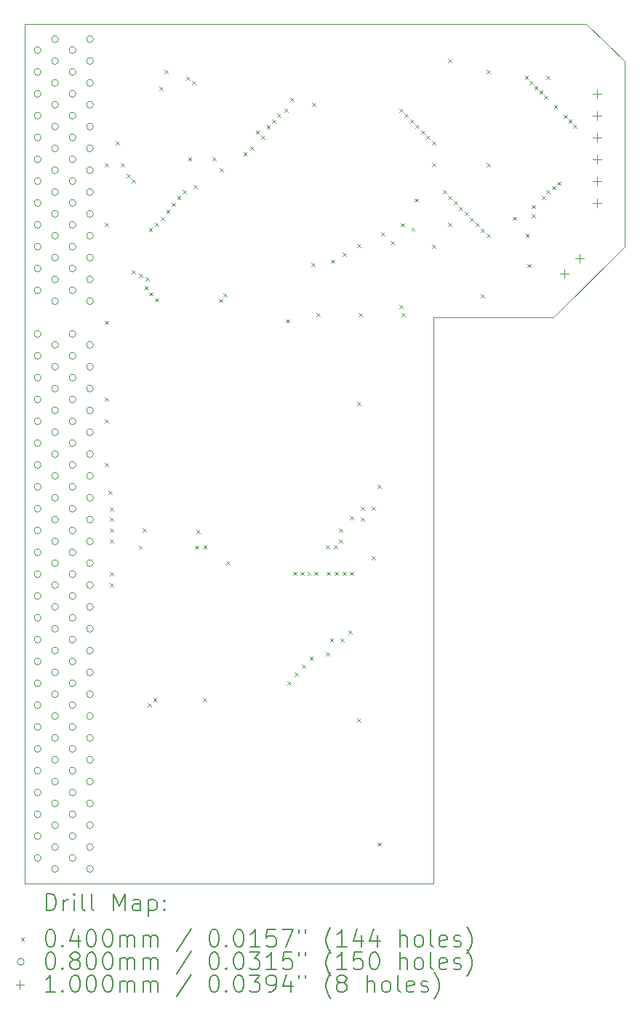
<source format=gbr>
%TF.GenerationSoftware,KiCad,Pcbnew,6.0.8-f2edbf62ab~116~ubuntu22.04.1*%
%TF.CreationDate,2022-10-12T19:56:12+02:00*%
%TF.ProjectId,A1200FaStRamExpansion,41313230-3046-4615-9374-52616d457870,1.0*%
%TF.SameCoordinates,Original*%
%TF.FileFunction,Drillmap*%
%TF.FilePolarity,Positive*%
%FSLAX45Y45*%
G04 Gerber Fmt 4.5, Leading zero omitted, Abs format (unit mm)*
G04 Created by KiCad (PCBNEW 6.0.8-f2edbf62ab~116~ubuntu22.04.1) date 2022-10-12 19:56:12*
%MOMM*%
%LPD*%
G01*
G04 APERTURE LIST*
%ADD10C,0.050000*%
%ADD11C,0.200000*%
%ADD12C,0.040000*%
%ADD13C,0.080000*%
%ADD14C,0.100000*%
G04 APERTURE END LIST*
D10*
X7874000Y-5541000D02*
X7874000Y-15541000D01*
X7874000Y-5541000D02*
X14414500Y-5541000D01*
X12636500Y-8953500D02*
X12636500Y-12573000D01*
X14859000Y-5969000D02*
X14414500Y-5541000D01*
X12636500Y-15541000D02*
X12636500Y-12573000D01*
X14859000Y-5969000D02*
X14859000Y-8128000D01*
X14859000Y-8128000D02*
X14033500Y-8953500D01*
X7874000Y-15541000D02*
X12636500Y-15541000D01*
X14033500Y-8953500D02*
X12636500Y-8953500D01*
D11*
D12*
X8806500Y-7155500D02*
X8846500Y-7195500D01*
X8846500Y-7155500D02*
X8806500Y-7195500D01*
X8806500Y-7854000D02*
X8846500Y-7894000D01*
X8846500Y-7854000D02*
X8806500Y-7894000D01*
X8806500Y-8989650D02*
X8846500Y-9029650D01*
X8846500Y-8989650D02*
X8806500Y-9029650D01*
X8806500Y-9886000D02*
X8846500Y-9926000D01*
X8846500Y-9886000D02*
X8806500Y-9926000D01*
X8806500Y-10140000D02*
X8846500Y-10180000D01*
X8846500Y-10140000D02*
X8806500Y-10180000D01*
X8806500Y-10648000D02*
X8846500Y-10688000D01*
X8846500Y-10648000D02*
X8806500Y-10688000D01*
X8850950Y-10965500D02*
X8890950Y-11005500D01*
X8890950Y-10965500D02*
X8850950Y-11005500D01*
X8870000Y-11162350D02*
X8910000Y-11202350D01*
X8910000Y-11162350D02*
X8870000Y-11202350D01*
X8870000Y-11283000D02*
X8910000Y-11323000D01*
X8910000Y-11283000D02*
X8870000Y-11323000D01*
X8870000Y-11410000D02*
X8910000Y-11450000D01*
X8910000Y-11410000D02*
X8870000Y-11450000D01*
X8870000Y-11537000D02*
X8910000Y-11577000D01*
X8910000Y-11537000D02*
X8870000Y-11577000D01*
X8870000Y-11918000D02*
X8910000Y-11958000D01*
X8910000Y-11918000D02*
X8870000Y-11958000D01*
X8870000Y-12045000D02*
X8910000Y-12085000D01*
X8910000Y-12045000D02*
X8870000Y-12085000D01*
X8933500Y-6901500D02*
X8973500Y-6941500D01*
X8973500Y-6901500D02*
X8933500Y-6941500D01*
X8997000Y-7155500D02*
X9037000Y-7195500D01*
X9037000Y-7155500D02*
X8997000Y-7195500D01*
X9060500Y-7282500D02*
X9100500Y-7322500D01*
X9100500Y-7282500D02*
X9060500Y-7322500D01*
X9124000Y-7346000D02*
X9164000Y-7386000D01*
X9164000Y-7346000D02*
X9124000Y-7386000D01*
X9124000Y-8403791D02*
X9164000Y-8443791D01*
X9164000Y-8403791D02*
X9124000Y-8443791D01*
X9203898Y-11606850D02*
X9243898Y-11646850D01*
X9243898Y-11606850D02*
X9203898Y-11646850D01*
X9206550Y-8444550D02*
X9246550Y-8484550D01*
X9246550Y-8444550D02*
X9206550Y-8484550D01*
X9248899Y-11410000D02*
X9288899Y-11450000D01*
X9288899Y-11410000D02*
X9248899Y-11450000D01*
X9270050Y-8590600D02*
X9310050Y-8630600D01*
X9310050Y-8590600D02*
X9270050Y-8630600D01*
X9282750Y-8489000D02*
X9322750Y-8529000D01*
X9322750Y-8489000D02*
X9282750Y-8529000D01*
X9310988Y-13438489D02*
X9350988Y-13478489D01*
X9350988Y-13438489D02*
X9310988Y-13478489D01*
X9320850Y-7911150D02*
X9360850Y-7951150D01*
X9360850Y-7911150D02*
X9320850Y-7951150D01*
X9327200Y-8660450D02*
X9367200Y-8700450D01*
X9367200Y-8660450D02*
X9327200Y-8700450D01*
X9373489Y-13378500D02*
X9413489Y-13418500D01*
X9413489Y-13378500D02*
X9373489Y-13418500D01*
X9392055Y-8726930D02*
X9432055Y-8766930D01*
X9432055Y-8726930D02*
X9392055Y-8766930D01*
X9394295Y-7854000D02*
X9434295Y-7894000D01*
X9434295Y-7854000D02*
X9394295Y-7894000D01*
X9441498Y-6266500D02*
X9481498Y-6306500D01*
X9481498Y-6266500D02*
X9441498Y-6306500D01*
X9460550Y-7784150D02*
X9500550Y-7824150D01*
X9500550Y-7784150D02*
X9460550Y-7824150D01*
X9505000Y-6076000D02*
X9545000Y-6116000D01*
X9545000Y-6076000D02*
X9505000Y-6116000D01*
X9524050Y-7700330D02*
X9564050Y-7740330D01*
X9564050Y-7700330D02*
X9524050Y-7740330D01*
X9587550Y-7619050D02*
X9627550Y-7659050D01*
X9627550Y-7619050D02*
X9587550Y-7659050D01*
X9651050Y-7536500D02*
X9691050Y-7576500D01*
X9691050Y-7536500D02*
X9651050Y-7576500D01*
X9714550Y-7473000D02*
X9754550Y-7513000D01*
X9754550Y-7473000D02*
X9714550Y-7513000D01*
X9759000Y-6151945D02*
X9799000Y-6191945D01*
X9799000Y-6151945D02*
X9759000Y-6191945D01*
X9778050Y-7092000D02*
X9818050Y-7132000D01*
X9818050Y-7092000D02*
X9778050Y-7132000D01*
X9822500Y-6203000D02*
X9862500Y-6243000D01*
X9862500Y-6203000D02*
X9822500Y-6243000D01*
X9841550Y-7409500D02*
X9881550Y-7449500D01*
X9881550Y-7409500D02*
X9841550Y-7449500D01*
X9859374Y-11605973D02*
X9899374Y-11645973D01*
X9899374Y-11605973D02*
X9859374Y-11645973D01*
X9873300Y-11422700D02*
X9913300Y-11462700D01*
X9913300Y-11422700D02*
X9873300Y-11462700D01*
X9949500Y-13378500D02*
X9989500Y-13418500D01*
X9989500Y-13378500D02*
X9949500Y-13418500D01*
X9955850Y-11600500D02*
X9995850Y-11640500D01*
X9995850Y-11600500D02*
X9955850Y-11640500D01*
X10063801Y-7092000D02*
X10103801Y-7132000D01*
X10103801Y-7092000D02*
X10063801Y-7132000D01*
X10140000Y-8736500D02*
X10180000Y-8776500D01*
X10180000Y-8736500D02*
X10140000Y-8776500D01*
X10146350Y-7219000D02*
X10186350Y-7259000D01*
X10186350Y-7219000D02*
X10146350Y-7259000D01*
X10190124Y-8672999D02*
X10230124Y-8712999D01*
X10230124Y-8672999D02*
X10190124Y-8712999D01*
X10222550Y-11789730D02*
X10262550Y-11829730D01*
X10262550Y-11789730D02*
X10222550Y-11829730D01*
X10421978Y-7027501D02*
X10461978Y-7067501D01*
X10461978Y-7027501D02*
X10421978Y-7067501D01*
X10501950Y-6965000D02*
X10541950Y-7005000D01*
X10541950Y-6965000D02*
X10501950Y-7005000D01*
X10566165Y-6775499D02*
X10606165Y-6815499D01*
X10606165Y-6775499D02*
X10566165Y-6815499D01*
X10628950Y-6837999D02*
X10668950Y-6877999D01*
X10668950Y-6837999D02*
X10628950Y-6877999D01*
X10692450Y-6717350D02*
X10732450Y-6757350D01*
X10732450Y-6717350D02*
X10692450Y-6757350D01*
X10754951Y-6647500D02*
X10794951Y-6687500D01*
X10794951Y-6647500D02*
X10754951Y-6687500D01*
X10817451Y-6584000D02*
X10857451Y-6624000D01*
X10857451Y-6584000D02*
X10817451Y-6624000D01*
X10902000Y-6520500D02*
X10942000Y-6560500D01*
X10942000Y-6520500D02*
X10902000Y-6560500D01*
X10919294Y-8972199D02*
X10959294Y-9012199D01*
X10959294Y-8972199D02*
X10919294Y-9012199D01*
X10935936Y-13183214D02*
X10975936Y-13223214D01*
X10975936Y-13183214D02*
X10935936Y-13223214D01*
X10965500Y-6394176D02*
X11005500Y-6434176D01*
X11005500Y-6394176D02*
X10965500Y-6434176D01*
X11003600Y-11911650D02*
X11043600Y-11951650D01*
X11043600Y-11911650D02*
X11003600Y-11951650D01*
X11019343Y-13085732D02*
X11059343Y-13125732D01*
X11059343Y-13085732D02*
X11019343Y-13125732D01*
X11086150Y-11911650D02*
X11126150Y-11951650D01*
X11126150Y-11911650D02*
X11086150Y-11951650D01*
X11104112Y-12989611D02*
X11144112Y-13029611D01*
X11144112Y-12989611D02*
X11104112Y-13029611D01*
X11167725Y-11911654D02*
X11207725Y-11951654D01*
X11207725Y-11911654D02*
X11167725Y-11951654D01*
X11193572Y-12898180D02*
X11233572Y-12938180D01*
X11233572Y-12898180D02*
X11193572Y-12938180D01*
X11213639Y-8317550D02*
X11253639Y-8357550D01*
X11253639Y-8317550D02*
X11213639Y-8357550D01*
X11219500Y-6457000D02*
X11259500Y-6497000D01*
X11259500Y-6457000D02*
X11219500Y-6497000D01*
X11247725Y-11911356D02*
X11287725Y-11951356D01*
X11287725Y-11911356D02*
X11247725Y-11951356D01*
X11270300Y-8901750D02*
X11310300Y-8941750D01*
X11310300Y-8901750D02*
X11270300Y-8941750D01*
X11383012Y-12846687D02*
X11423012Y-12886687D01*
X11423012Y-12846687D02*
X11383012Y-12886687D01*
X11384600Y-11600500D02*
X11424600Y-11640500D01*
X11424600Y-11600500D02*
X11384600Y-11640500D01*
X11390950Y-11911418D02*
X11430950Y-11951418D01*
X11430950Y-11911418D02*
X11390950Y-11951418D01*
X11430277Y-12686350D02*
X11470277Y-12726350D01*
X11470277Y-12686350D02*
X11430277Y-12726350D01*
X11441750Y-8279450D02*
X11481750Y-8319450D01*
X11481750Y-8279450D02*
X11441750Y-8319450D01*
X11473500Y-11600500D02*
X11513500Y-11640500D01*
X11513500Y-11600500D02*
X11473500Y-11640500D01*
X11486932Y-11911650D02*
X11526932Y-11951650D01*
X11526932Y-11911650D02*
X11486932Y-11951650D01*
X11537000Y-11410000D02*
X11577000Y-11450000D01*
X11577000Y-11410000D02*
X11537000Y-11450000D01*
X11537000Y-11537000D02*
X11577000Y-11577000D01*
X11577000Y-11537000D02*
X11537000Y-11577000D01*
X11555278Y-12687064D02*
X11595278Y-12727064D01*
X11595278Y-12687064D02*
X11555278Y-12727064D01*
X11575100Y-11911650D02*
X11615100Y-11951650D01*
X11615100Y-11911650D02*
X11575100Y-11951650D01*
X11579515Y-8198834D02*
X11619515Y-8238834D01*
X11619515Y-8198834D02*
X11579515Y-8238834D01*
X11644091Y-12594987D02*
X11684091Y-12634987D01*
X11684091Y-12594987D02*
X11644091Y-12634987D01*
X11664000Y-11263950D02*
X11704000Y-11303950D01*
X11704000Y-11263950D02*
X11664000Y-11303950D01*
X11664000Y-11911650D02*
X11704000Y-11951650D01*
X11704000Y-11911650D02*
X11664000Y-11951650D01*
X11746550Y-8095300D02*
X11786550Y-8135300D01*
X11786550Y-8095300D02*
X11746550Y-8135300D01*
X11746550Y-9936800D02*
X11786550Y-9976800D01*
X11786550Y-9936800D02*
X11746550Y-9976800D01*
X11746550Y-13619800D02*
X11786550Y-13659800D01*
X11786550Y-13619800D02*
X11746550Y-13659800D01*
X11765152Y-8902198D02*
X11805152Y-8942198D01*
X11805152Y-8902198D02*
X11765152Y-8942198D01*
X11791000Y-11156000D02*
X11831000Y-11196000D01*
X11831000Y-11156000D02*
X11791000Y-11196000D01*
X11791000Y-11283000D02*
X11831000Y-11323000D01*
X11831000Y-11283000D02*
X11791000Y-11323000D01*
X11918000Y-11156000D02*
X11958000Y-11196000D01*
X11958000Y-11156000D02*
X11918000Y-11196000D01*
X11918000Y-11727500D02*
X11958000Y-11767500D01*
X11958000Y-11727500D02*
X11918000Y-11767500D01*
X11981500Y-10902000D02*
X12021500Y-10942000D01*
X12021500Y-10902000D02*
X11981500Y-10942000D01*
X11981500Y-15061250D02*
X12021500Y-15101250D01*
X12021500Y-15061250D02*
X11981500Y-15101250D01*
X12026501Y-7962501D02*
X12066501Y-8002501D01*
X12066501Y-7962501D02*
X12026501Y-8002501D01*
X12136820Y-8060576D02*
X12176820Y-8100576D01*
X12176820Y-8060576D02*
X12136820Y-8100576D01*
X12235500Y-6520500D02*
X12275500Y-6560500D01*
X12275500Y-6520500D02*
X12235500Y-6560500D01*
X12235500Y-8806500D02*
X12275500Y-8846500D01*
X12275500Y-8806500D02*
X12235500Y-8846500D01*
X12253874Y-7854999D02*
X12293874Y-7894999D01*
X12293874Y-7854999D02*
X12253874Y-7894999D01*
X12266802Y-8902198D02*
X12306802Y-8942198D01*
X12306802Y-8902198D02*
X12266802Y-8942198D01*
X12299000Y-6584000D02*
X12339000Y-6624000D01*
X12339000Y-6584000D02*
X12299000Y-6624000D01*
X12362500Y-6647500D02*
X12402500Y-6687500D01*
X12402500Y-6647500D02*
X12362500Y-6687500D01*
X12378875Y-7906431D02*
X12418875Y-7946431D01*
X12418875Y-7906431D02*
X12378875Y-7946431D01*
X12413300Y-7568250D02*
X12453300Y-7608250D01*
X12453300Y-7568250D02*
X12413300Y-7608250D01*
X12426000Y-6711000D02*
X12466000Y-6751000D01*
X12466000Y-6711000D02*
X12426000Y-6751000D01*
X12489500Y-6774500D02*
X12529500Y-6814500D01*
X12529500Y-6774500D02*
X12489500Y-6814500D01*
X12553000Y-6838000D02*
X12593000Y-6878000D01*
X12593000Y-6838000D02*
X12553000Y-6878000D01*
X12616500Y-6901500D02*
X12656500Y-6941500D01*
X12656500Y-6901500D02*
X12616500Y-6941500D01*
X12616500Y-7155500D02*
X12656500Y-7195500D01*
X12656500Y-7155500D02*
X12616500Y-7195500D01*
X12616500Y-8108000D02*
X12656500Y-8148000D01*
X12656500Y-8108000D02*
X12616500Y-8148000D01*
X12743500Y-7473000D02*
X12783500Y-7513000D01*
X12783500Y-7473000D02*
X12743500Y-7513000D01*
X12807000Y-5949000D02*
X12847000Y-5989000D01*
X12847000Y-5949000D02*
X12807000Y-5989000D01*
X12807000Y-7536500D02*
X12847000Y-7576500D01*
X12847000Y-7536500D02*
X12807000Y-7576500D01*
X12807000Y-7854000D02*
X12847000Y-7894000D01*
X12847000Y-7854000D02*
X12807000Y-7894000D01*
X12870500Y-7600000D02*
X12910500Y-7640000D01*
X12910500Y-7600000D02*
X12870500Y-7640000D01*
X12934000Y-7663500D02*
X12974000Y-7703500D01*
X12974000Y-7663500D02*
X12934000Y-7703500D01*
X12997500Y-7727000D02*
X13037500Y-7767000D01*
X13037500Y-7727000D02*
X12997500Y-7767000D01*
X13061000Y-7790500D02*
X13101000Y-7830500D01*
X13101000Y-7790500D02*
X13061000Y-7830500D01*
X13124500Y-7854000D02*
X13164500Y-7894000D01*
X13164500Y-7854000D02*
X13124500Y-7894000D01*
X13188000Y-7917500D02*
X13228000Y-7957500D01*
X13228000Y-7917500D02*
X13188000Y-7957500D01*
X13188000Y-8679500D02*
X13228000Y-8719500D01*
X13228000Y-8679500D02*
X13188000Y-8719500D01*
X13251500Y-6076001D02*
X13291500Y-6116001D01*
X13291500Y-6076001D02*
X13251500Y-6116001D01*
X13251500Y-7155500D02*
X13291500Y-7195500D01*
X13291500Y-7155500D02*
X13251500Y-7195500D01*
X13251500Y-7981000D02*
X13291500Y-8021000D01*
X13291500Y-7981000D02*
X13251500Y-8021000D01*
X13558300Y-7779800D02*
X13598300Y-7819800D01*
X13598300Y-7779800D02*
X13558300Y-7819800D01*
X13698995Y-6140499D02*
X13738995Y-6180499D01*
X13738995Y-6140499D02*
X13698995Y-6180499D01*
X13707164Y-7981000D02*
X13747164Y-8021000D01*
X13747164Y-7981000D02*
X13707164Y-8021000D01*
X13728000Y-8330500D02*
X13768000Y-8370500D01*
X13768000Y-8330500D02*
X13728000Y-8370500D01*
X13755938Y-6198843D02*
X13795938Y-6238843D01*
X13795938Y-6198843D02*
X13755938Y-6238843D01*
X13778550Y-7752400D02*
X13818550Y-7792400D01*
X13818550Y-7752400D02*
X13778550Y-7792400D01*
X13782038Y-7644450D02*
X13822038Y-7684450D01*
X13822038Y-7644450D02*
X13782038Y-7684450D01*
X13808019Y-6259571D02*
X13848019Y-6299571D01*
X13848019Y-6259571D02*
X13808019Y-6299571D01*
X13868613Y-6312113D02*
X13908613Y-6352113D01*
X13908613Y-6312113D02*
X13868613Y-6352113D01*
X13900363Y-7536500D02*
X13940363Y-7576500D01*
X13940363Y-7536500D02*
X13900363Y-7576500D01*
X13925181Y-6368681D02*
X13965181Y-6408681D01*
X13965181Y-6368681D02*
X13925181Y-6408681D01*
X13950000Y-6139500D02*
X13990000Y-6179500D01*
X13990000Y-6139500D02*
X13950000Y-6179500D01*
X13950000Y-7472999D02*
X13990000Y-7512999D01*
X13990000Y-7472999D02*
X13950000Y-7512999D01*
X14013500Y-7423362D02*
X14053500Y-7463362D01*
X14053500Y-7423362D02*
X14013500Y-7463362D01*
X14038318Y-6481818D02*
X14078318Y-6521818D01*
X14078318Y-6481818D02*
X14038318Y-6521818D01*
X14077000Y-7373725D02*
X14117000Y-7413725D01*
X14117000Y-7373725D02*
X14077000Y-7413725D01*
X14151454Y-6594954D02*
X14191454Y-6634954D01*
X14191454Y-6594954D02*
X14151454Y-6634954D01*
X14208023Y-6651523D02*
X14248023Y-6691523D01*
X14248023Y-6651523D02*
X14208023Y-6691523D01*
X14264593Y-6708093D02*
X14304593Y-6748093D01*
X14304593Y-6708093D02*
X14264593Y-6748093D01*
D13*
X8066400Y-5842000D02*
G75*
G03*
X8066400Y-5842000I-40000J0D01*
G01*
X8066400Y-6096000D02*
G75*
G03*
X8066400Y-6096000I-40000J0D01*
G01*
X8066400Y-6350000D02*
G75*
G03*
X8066400Y-6350000I-40000J0D01*
G01*
X8066400Y-6604000D02*
G75*
G03*
X8066400Y-6604000I-40000J0D01*
G01*
X8066400Y-6858000D02*
G75*
G03*
X8066400Y-6858000I-40000J0D01*
G01*
X8066400Y-7112000D02*
G75*
G03*
X8066400Y-7112000I-40000J0D01*
G01*
X8066400Y-7366000D02*
G75*
G03*
X8066400Y-7366000I-40000J0D01*
G01*
X8066400Y-7620000D02*
G75*
G03*
X8066400Y-7620000I-40000J0D01*
G01*
X8066400Y-7874000D02*
G75*
G03*
X8066400Y-7874000I-40000J0D01*
G01*
X8066400Y-8128000D02*
G75*
G03*
X8066400Y-8128000I-40000J0D01*
G01*
X8066400Y-8382000D02*
G75*
G03*
X8066400Y-8382000I-40000J0D01*
G01*
X8066400Y-8636000D02*
G75*
G03*
X8066400Y-8636000I-40000J0D01*
G01*
X8066400Y-9144000D02*
G75*
G03*
X8066400Y-9144000I-40000J0D01*
G01*
X8066400Y-9398000D02*
G75*
G03*
X8066400Y-9398000I-40000J0D01*
G01*
X8066400Y-9652000D02*
G75*
G03*
X8066400Y-9652000I-40000J0D01*
G01*
X8066400Y-9906000D02*
G75*
G03*
X8066400Y-9906000I-40000J0D01*
G01*
X8066400Y-10160000D02*
G75*
G03*
X8066400Y-10160000I-40000J0D01*
G01*
X8066400Y-10414000D02*
G75*
G03*
X8066400Y-10414000I-40000J0D01*
G01*
X8066400Y-10668000D02*
G75*
G03*
X8066400Y-10668000I-40000J0D01*
G01*
X8066400Y-10922000D02*
G75*
G03*
X8066400Y-10922000I-40000J0D01*
G01*
X8066400Y-11176000D02*
G75*
G03*
X8066400Y-11176000I-40000J0D01*
G01*
X8066400Y-11430000D02*
G75*
G03*
X8066400Y-11430000I-40000J0D01*
G01*
X8066400Y-11684000D02*
G75*
G03*
X8066400Y-11684000I-40000J0D01*
G01*
X8066400Y-11938000D02*
G75*
G03*
X8066400Y-11938000I-40000J0D01*
G01*
X8066400Y-12192000D02*
G75*
G03*
X8066400Y-12192000I-40000J0D01*
G01*
X8066400Y-12446000D02*
G75*
G03*
X8066400Y-12446000I-40000J0D01*
G01*
X8066400Y-12700000D02*
G75*
G03*
X8066400Y-12700000I-40000J0D01*
G01*
X8066400Y-12954000D02*
G75*
G03*
X8066400Y-12954000I-40000J0D01*
G01*
X8066400Y-13208000D02*
G75*
G03*
X8066400Y-13208000I-40000J0D01*
G01*
X8066400Y-13462000D02*
G75*
G03*
X8066400Y-13462000I-40000J0D01*
G01*
X8066400Y-13716000D02*
G75*
G03*
X8066400Y-13716000I-40000J0D01*
G01*
X8066400Y-13970000D02*
G75*
G03*
X8066400Y-13970000I-40000J0D01*
G01*
X8066400Y-14224000D02*
G75*
G03*
X8066400Y-14224000I-40000J0D01*
G01*
X8066400Y-14478000D02*
G75*
G03*
X8066400Y-14478000I-40000J0D01*
G01*
X8066400Y-14732000D02*
G75*
G03*
X8066400Y-14732000I-40000J0D01*
G01*
X8066400Y-14986000D02*
G75*
G03*
X8066400Y-14986000I-40000J0D01*
G01*
X8066400Y-15240000D02*
G75*
G03*
X8066400Y-15240000I-40000J0D01*
G01*
X8269600Y-5715000D02*
G75*
G03*
X8269600Y-5715000I-40000J0D01*
G01*
X8269600Y-5969000D02*
G75*
G03*
X8269600Y-5969000I-40000J0D01*
G01*
X8269600Y-6223000D02*
G75*
G03*
X8269600Y-6223000I-40000J0D01*
G01*
X8269600Y-6477000D02*
G75*
G03*
X8269600Y-6477000I-40000J0D01*
G01*
X8269600Y-6731000D02*
G75*
G03*
X8269600Y-6731000I-40000J0D01*
G01*
X8269600Y-6985000D02*
G75*
G03*
X8269600Y-6985000I-40000J0D01*
G01*
X8269600Y-7239000D02*
G75*
G03*
X8269600Y-7239000I-40000J0D01*
G01*
X8269600Y-7493000D02*
G75*
G03*
X8269600Y-7493000I-40000J0D01*
G01*
X8269600Y-7747000D02*
G75*
G03*
X8269600Y-7747000I-40000J0D01*
G01*
X8269600Y-8001000D02*
G75*
G03*
X8269600Y-8001000I-40000J0D01*
G01*
X8269600Y-8255000D02*
G75*
G03*
X8269600Y-8255000I-40000J0D01*
G01*
X8269600Y-8509000D02*
G75*
G03*
X8269600Y-8509000I-40000J0D01*
G01*
X8269600Y-8763000D02*
G75*
G03*
X8269600Y-8763000I-40000J0D01*
G01*
X8269600Y-9271000D02*
G75*
G03*
X8269600Y-9271000I-40000J0D01*
G01*
X8269600Y-9525000D02*
G75*
G03*
X8269600Y-9525000I-40000J0D01*
G01*
X8269600Y-9779000D02*
G75*
G03*
X8269600Y-9779000I-40000J0D01*
G01*
X8269600Y-10033000D02*
G75*
G03*
X8269600Y-10033000I-40000J0D01*
G01*
X8269600Y-10287000D02*
G75*
G03*
X8269600Y-10287000I-40000J0D01*
G01*
X8269600Y-10541000D02*
G75*
G03*
X8269600Y-10541000I-40000J0D01*
G01*
X8269600Y-10795000D02*
G75*
G03*
X8269600Y-10795000I-40000J0D01*
G01*
X8269600Y-11049000D02*
G75*
G03*
X8269600Y-11049000I-40000J0D01*
G01*
X8269600Y-11303000D02*
G75*
G03*
X8269600Y-11303000I-40000J0D01*
G01*
X8269600Y-11557000D02*
G75*
G03*
X8269600Y-11557000I-40000J0D01*
G01*
X8269600Y-11811000D02*
G75*
G03*
X8269600Y-11811000I-40000J0D01*
G01*
X8269600Y-12065000D02*
G75*
G03*
X8269600Y-12065000I-40000J0D01*
G01*
X8269600Y-12319000D02*
G75*
G03*
X8269600Y-12319000I-40000J0D01*
G01*
X8269600Y-12573000D02*
G75*
G03*
X8269600Y-12573000I-40000J0D01*
G01*
X8269600Y-12827000D02*
G75*
G03*
X8269600Y-12827000I-40000J0D01*
G01*
X8269600Y-13081000D02*
G75*
G03*
X8269600Y-13081000I-40000J0D01*
G01*
X8269600Y-13335000D02*
G75*
G03*
X8269600Y-13335000I-40000J0D01*
G01*
X8269600Y-13589000D02*
G75*
G03*
X8269600Y-13589000I-40000J0D01*
G01*
X8269600Y-13843000D02*
G75*
G03*
X8269600Y-13843000I-40000J0D01*
G01*
X8269600Y-14097000D02*
G75*
G03*
X8269600Y-14097000I-40000J0D01*
G01*
X8269600Y-14351000D02*
G75*
G03*
X8269600Y-14351000I-40000J0D01*
G01*
X8269600Y-14605000D02*
G75*
G03*
X8269600Y-14605000I-40000J0D01*
G01*
X8269600Y-14859000D02*
G75*
G03*
X8269600Y-14859000I-40000J0D01*
G01*
X8269600Y-15113000D02*
G75*
G03*
X8269600Y-15113000I-40000J0D01*
G01*
X8269600Y-15367000D02*
G75*
G03*
X8269600Y-15367000I-40000J0D01*
G01*
X8472800Y-5842000D02*
G75*
G03*
X8472800Y-5842000I-40000J0D01*
G01*
X8472800Y-6096000D02*
G75*
G03*
X8472800Y-6096000I-40000J0D01*
G01*
X8472800Y-6350000D02*
G75*
G03*
X8472800Y-6350000I-40000J0D01*
G01*
X8472800Y-6604000D02*
G75*
G03*
X8472800Y-6604000I-40000J0D01*
G01*
X8472800Y-6858000D02*
G75*
G03*
X8472800Y-6858000I-40000J0D01*
G01*
X8472800Y-7112000D02*
G75*
G03*
X8472800Y-7112000I-40000J0D01*
G01*
X8472800Y-7366000D02*
G75*
G03*
X8472800Y-7366000I-40000J0D01*
G01*
X8472800Y-7620000D02*
G75*
G03*
X8472800Y-7620000I-40000J0D01*
G01*
X8472800Y-7874000D02*
G75*
G03*
X8472800Y-7874000I-40000J0D01*
G01*
X8472800Y-8128000D02*
G75*
G03*
X8472800Y-8128000I-40000J0D01*
G01*
X8472800Y-8382000D02*
G75*
G03*
X8472800Y-8382000I-40000J0D01*
G01*
X8472800Y-8636000D02*
G75*
G03*
X8472800Y-8636000I-40000J0D01*
G01*
X8472800Y-9144000D02*
G75*
G03*
X8472800Y-9144000I-40000J0D01*
G01*
X8472800Y-9398000D02*
G75*
G03*
X8472800Y-9398000I-40000J0D01*
G01*
X8472800Y-9652000D02*
G75*
G03*
X8472800Y-9652000I-40000J0D01*
G01*
X8472800Y-9906000D02*
G75*
G03*
X8472800Y-9906000I-40000J0D01*
G01*
X8472800Y-10160000D02*
G75*
G03*
X8472800Y-10160000I-40000J0D01*
G01*
X8472800Y-10414000D02*
G75*
G03*
X8472800Y-10414000I-40000J0D01*
G01*
X8472800Y-10668000D02*
G75*
G03*
X8472800Y-10668000I-40000J0D01*
G01*
X8472800Y-10922000D02*
G75*
G03*
X8472800Y-10922000I-40000J0D01*
G01*
X8472800Y-11176000D02*
G75*
G03*
X8472800Y-11176000I-40000J0D01*
G01*
X8472800Y-11430000D02*
G75*
G03*
X8472800Y-11430000I-40000J0D01*
G01*
X8472800Y-11684000D02*
G75*
G03*
X8472800Y-11684000I-40000J0D01*
G01*
X8472800Y-11938000D02*
G75*
G03*
X8472800Y-11938000I-40000J0D01*
G01*
X8472800Y-12192000D02*
G75*
G03*
X8472800Y-12192000I-40000J0D01*
G01*
X8472800Y-12446000D02*
G75*
G03*
X8472800Y-12446000I-40000J0D01*
G01*
X8472800Y-12700000D02*
G75*
G03*
X8472800Y-12700000I-40000J0D01*
G01*
X8472800Y-12954000D02*
G75*
G03*
X8472800Y-12954000I-40000J0D01*
G01*
X8472800Y-13208000D02*
G75*
G03*
X8472800Y-13208000I-40000J0D01*
G01*
X8472800Y-13462000D02*
G75*
G03*
X8472800Y-13462000I-40000J0D01*
G01*
X8472800Y-13716000D02*
G75*
G03*
X8472800Y-13716000I-40000J0D01*
G01*
X8472800Y-13970000D02*
G75*
G03*
X8472800Y-13970000I-40000J0D01*
G01*
X8472800Y-14224000D02*
G75*
G03*
X8472800Y-14224000I-40000J0D01*
G01*
X8472800Y-14478000D02*
G75*
G03*
X8472800Y-14478000I-40000J0D01*
G01*
X8472800Y-14732000D02*
G75*
G03*
X8472800Y-14732000I-40000J0D01*
G01*
X8472800Y-14986000D02*
G75*
G03*
X8472800Y-14986000I-40000J0D01*
G01*
X8472800Y-15240000D02*
G75*
G03*
X8472800Y-15240000I-40000J0D01*
G01*
X8676000Y-5715000D02*
G75*
G03*
X8676000Y-5715000I-40000J0D01*
G01*
X8676000Y-5969000D02*
G75*
G03*
X8676000Y-5969000I-40000J0D01*
G01*
X8676000Y-6223000D02*
G75*
G03*
X8676000Y-6223000I-40000J0D01*
G01*
X8676000Y-6477000D02*
G75*
G03*
X8676000Y-6477000I-40000J0D01*
G01*
X8676000Y-6731000D02*
G75*
G03*
X8676000Y-6731000I-40000J0D01*
G01*
X8676000Y-6985000D02*
G75*
G03*
X8676000Y-6985000I-40000J0D01*
G01*
X8676000Y-7239000D02*
G75*
G03*
X8676000Y-7239000I-40000J0D01*
G01*
X8676000Y-7493000D02*
G75*
G03*
X8676000Y-7493000I-40000J0D01*
G01*
X8676000Y-7747000D02*
G75*
G03*
X8676000Y-7747000I-40000J0D01*
G01*
X8676000Y-8001000D02*
G75*
G03*
X8676000Y-8001000I-40000J0D01*
G01*
X8676000Y-8255000D02*
G75*
G03*
X8676000Y-8255000I-40000J0D01*
G01*
X8676000Y-8509000D02*
G75*
G03*
X8676000Y-8509000I-40000J0D01*
G01*
X8676000Y-8763000D02*
G75*
G03*
X8676000Y-8763000I-40000J0D01*
G01*
X8676000Y-9271000D02*
G75*
G03*
X8676000Y-9271000I-40000J0D01*
G01*
X8676000Y-9525000D02*
G75*
G03*
X8676000Y-9525000I-40000J0D01*
G01*
X8676000Y-9779000D02*
G75*
G03*
X8676000Y-9779000I-40000J0D01*
G01*
X8676000Y-10033000D02*
G75*
G03*
X8676000Y-10033000I-40000J0D01*
G01*
X8676000Y-10287000D02*
G75*
G03*
X8676000Y-10287000I-40000J0D01*
G01*
X8676000Y-10541000D02*
G75*
G03*
X8676000Y-10541000I-40000J0D01*
G01*
X8676000Y-10795000D02*
G75*
G03*
X8676000Y-10795000I-40000J0D01*
G01*
X8676000Y-11049000D02*
G75*
G03*
X8676000Y-11049000I-40000J0D01*
G01*
X8676000Y-11303000D02*
G75*
G03*
X8676000Y-11303000I-40000J0D01*
G01*
X8676000Y-11557000D02*
G75*
G03*
X8676000Y-11557000I-40000J0D01*
G01*
X8676000Y-11811000D02*
G75*
G03*
X8676000Y-11811000I-40000J0D01*
G01*
X8676000Y-12065000D02*
G75*
G03*
X8676000Y-12065000I-40000J0D01*
G01*
X8676000Y-12319000D02*
G75*
G03*
X8676000Y-12319000I-40000J0D01*
G01*
X8676000Y-12573000D02*
G75*
G03*
X8676000Y-12573000I-40000J0D01*
G01*
X8676000Y-12827000D02*
G75*
G03*
X8676000Y-12827000I-40000J0D01*
G01*
X8676000Y-13081000D02*
G75*
G03*
X8676000Y-13081000I-40000J0D01*
G01*
X8676000Y-13335000D02*
G75*
G03*
X8676000Y-13335000I-40000J0D01*
G01*
X8676000Y-13589000D02*
G75*
G03*
X8676000Y-13589000I-40000J0D01*
G01*
X8676000Y-13843000D02*
G75*
G03*
X8676000Y-13843000I-40000J0D01*
G01*
X8676000Y-14097000D02*
G75*
G03*
X8676000Y-14097000I-40000J0D01*
G01*
X8676000Y-14351000D02*
G75*
G03*
X8676000Y-14351000I-40000J0D01*
G01*
X8676000Y-14605000D02*
G75*
G03*
X8676000Y-14605000I-40000J0D01*
G01*
X8676000Y-14859000D02*
G75*
G03*
X8676000Y-14859000I-40000J0D01*
G01*
X8676000Y-15113000D02*
G75*
G03*
X8676000Y-15113000I-40000J0D01*
G01*
X8676000Y-15367000D02*
G75*
G03*
X8676000Y-15367000I-40000J0D01*
G01*
D14*
X14160500Y-8395500D02*
X14160500Y-8495500D01*
X14110500Y-8445500D02*
X14210500Y-8445500D01*
X14340105Y-8215895D02*
X14340105Y-8315895D01*
X14290105Y-8265895D02*
X14390105Y-8265895D01*
X14541500Y-6300000D02*
X14541500Y-6400000D01*
X14491500Y-6350000D02*
X14591500Y-6350000D01*
X14541500Y-6554000D02*
X14541500Y-6654000D01*
X14491500Y-6604000D02*
X14591500Y-6604000D01*
X14541500Y-6808000D02*
X14541500Y-6908000D01*
X14491500Y-6858000D02*
X14591500Y-6858000D01*
X14541500Y-7062000D02*
X14541500Y-7162000D01*
X14491500Y-7112000D02*
X14591500Y-7112000D01*
X14541500Y-7316000D02*
X14541500Y-7416000D01*
X14491500Y-7366000D02*
X14591500Y-7366000D01*
X14541500Y-7570000D02*
X14541500Y-7670000D01*
X14491500Y-7620000D02*
X14591500Y-7620000D01*
D11*
X8129119Y-15853976D02*
X8129119Y-15653976D01*
X8176738Y-15653976D01*
X8205309Y-15663500D01*
X8224357Y-15682548D01*
X8233881Y-15701595D01*
X8243405Y-15739690D01*
X8243405Y-15768262D01*
X8233881Y-15806357D01*
X8224357Y-15825405D01*
X8205309Y-15844452D01*
X8176738Y-15853976D01*
X8129119Y-15853976D01*
X8329119Y-15853976D02*
X8329119Y-15720643D01*
X8329119Y-15758738D02*
X8338643Y-15739690D01*
X8348167Y-15730167D01*
X8367214Y-15720643D01*
X8386262Y-15720643D01*
X8452929Y-15853976D02*
X8452929Y-15720643D01*
X8452929Y-15653976D02*
X8443405Y-15663500D01*
X8452929Y-15673024D01*
X8462452Y-15663500D01*
X8452929Y-15653976D01*
X8452929Y-15673024D01*
X8576738Y-15853976D02*
X8557690Y-15844452D01*
X8548167Y-15825405D01*
X8548167Y-15653976D01*
X8681500Y-15853976D02*
X8662452Y-15844452D01*
X8652929Y-15825405D01*
X8652929Y-15653976D01*
X8910071Y-15853976D02*
X8910071Y-15653976D01*
X8976738Y-15796833D01*
X9043405Y-15653976D01*
X9043405Y-15853976D01*
X9224357Y-15853976D02*
X9224357Y-15749214D01*
X9214833Y-15730167D01*
X9195786Y-15720643D01*
X9157690Y-15720643D01*
X9138643Y-15730167D01*
X9224357Y-15844452D02*
X9205310Y-15853976D01*
X9157690Y-15853976D01*
X9138643Y-15844452D01*
X9129119Y-15825405D01*
X9129119Y-15806357D01*
X9138643Y-15787309D01*
X9157690Y-15777786D01*
X9205310Y-15777786D01*
X9224357Y-15768262D01*
X9319595Y-15720643D02*
X9319595Y-15920643D01*
X9319595Y-15730167D02*
X9338643Y-15720643D01*
X9376738Y-15720643D01*
X9395786Y-15730167D01*
X9405310Y-15739690D01*
X9414833Y-15758738D01*
X9414833Y-15815881D01*
X9405310Y-15834928D01*
X9395786Y-15844452D01*
X9376738Y-15853976D01*
X9338643Y-15853976D01*
X9319595Y-15844452D01*
X9500548Y-15834928D02*
X9510071Y-15844452D01*
X9500548Y-15853976D01*
X9491024Y-15844452D01*
X9500548Y-15834928D01*
X9500548Y-15853976D01*
X9500548Y-15730167D02*
X9510071Y-15739690D01*
X9500548Y-15749214D01*
X9491024Y-15739690D01*
X9500548Y-15730167D01*
X9500548Y-15749214D01*
D12*
X7831500Y-16163500D02*
X7871500Y-16203500D01*
X7871500Y-16163500D02*
X7831500Y-16203500D01*
D11*
X8167214Y-16073976D02*
X8186262Y-16073976D01*
X8205309Y-16083500D01*
X8214833Y-16093024D01*
X8224357Y-16112071D01*
X8233881Y-16150167D01*
X8233881Y-16197786D01*
X8224357Y-16235881D01*
X8214833Y-16254928D01*
X8205309Y-16264452D01*
X8186262Y-16273976D01*
X8167214Y-16273976D01*
X8148167Y-16264452D01*
X8138643Y-16254928D01*
X8129119Y-16235881D01*
X8119595Y-16197786D01*
X8119595Y-16150167D01*
X8129119Y-16112071D01*
X8138643Y-16093024D01*
X8148167Y-16083500D01*
X8167214Y-16073976D01*
X8319595Y-16254928D02*
X8329119Y-16264452D01*
X8319595Y-16273976D01*
X8310071Y-16264452D01*
X8319595Y-16254928D01*
X8319595Y-16273976D01*
X8500548Y-16140643D02*
X8500548Y-16273976D01*
X8452929Y-16064452D02*
X8405310Y-16207309D01*
X8529119Y-16207309D01*
X8643405Y-16073976D02*
X8662452Y-16073976D01*
X8681500Y-16083500D01*
X8691024Y-16093024D01*
X8700548Y-16112071D01*
X8710071Y-16150167D01*
X8710071Y-16197786D01*
X8700548Y-16235881D01*
X8691024Y-16254928D01*
X8681500Y-16264452D01*
X8662452Y-16273976D01*
X8643405Y-16273976D01*
X8624357Y-16264452D01*
X8614833Y-16254928D01*
X8605310Y-16235881D01*
X8595786Y-16197786D01*
X8595786Y-16150167D01*
X8605310Y-16112071D01*
X8614833Y-16093024D01*
X8624357Y-16083500D01*
X8643405Y-16073976D01*
X8833881Y-16073976D02*
X8852929Y-16073976D01*
X8871976Y-16083500D01*
X8881500Y-16093024D01*
X8891024Y-16112071D01*
X8900548Y-16150167D01*
X8900548Y-16197786D01*
X8891024Y-16235881D01*
X8881500Y-16254928D01*
X8871976Y-16264452D01*
X8852929Y-16273976D01*
X8833881Y-16273976D01*
X8814833Y-16264452D01*
X8805310Y-16254928D01*
X8795786Y-16235881D01*
X8786262Y-16197786D01*
X8786262Y-16150167D01*
X8795786Y-16112071D01*
X8805310Y-16093024D01*
X8814833Y-16083500D01*
X8833881Y-16073976D01*
X8986262Y-16273976D02*
X8986262Y-16140643D01*
X8986262Y-16159690D02*
X8995786Y-16150167D01*
X9014833Y-16140643D01*
X9043405Y-16140643D01*
X9062452Y-16150167D01*
X9071976Y-16169214D01*
X9071976Y-16273976D01*
X9071976Y-16169214D02*
X9081500Y-16150167D01*
X9100548Y-16140643D01*
X9129119Y-16140643D01*
X9148167Y-16150167D01*
X9157690Y-16169214D01*
X9157690Y-16273976D01*
X9252929Y-16273976D02*
X9252929Y-16140643D01*
X9252929Y-16159690D02*
X9262452Y-16150167D01*
X9281500Y-16140643D01*
X9310071Y-16140643D01*
X9329119Y-16150167D01*
X9338643Y-16169214D01*
X9338643Y-16273976D01*
X9338643Y-16169214D02*
X9348167Y-16150167D01*
X9367214Y-16140643D01*
X9395786Y-16140643D01*
X9414833Y-16150167D01*
X9424357Y-16169214D01*
X9424357Y-16273976D01*
X9814833Y-16064452D02*
X9643405Y-16321595D01*
X10071976Y-16073976D02*
X10091024Y-16073976D01*
X10110071Y-16083500D01*
X10119595Y-16093024D01*
X10129119Y-16112071D01*
X10138643Y-16150167D01*
X10138643Y-16197786D01*
X10129119Y-16235881D01*
X10119595Y-16254928D01*
X10110071Y-16264452D01*
X10091024Y-16273976D01*
X10071976Y-16273976D01*
X10052929Y-16264452D01*
X10043405Y-16254928D01*
X10033881Y-16235881D01*
X10024357Y-16197786D01*
X10024357Y-16150167D01*
X10033881Y-16112071D01*
X10043405Y-16093024D01*
X10052929Y-16083500D01*
X10071976Y-16073976D01*
X10224357Y-16254928D02*
X10233881Y-16264452D01*
X10224357Y-16273976D01*
X10214833Y-16264452D01*
X10224357Y-16254928D01*
X10224357Y-16273976D01*
X10357690Y-16073976D02*
X10376738Y-16073976D01*
X10395786Y-16083500D01*
X10405310Y-16093024D01*
X10414833Y-16112071D01*
X10424357Y-16150167D01*
X10424357Y-16197786D01*
X10414833Y-16235881D01*
X10405310Y-16254928D01*
X10395786Y-16264452D01*
X10376738Y-16273976D01*
X10357690Y-16273976D01*
X10338643Y-16264452D01*
X10329119Y-16254928D01*
X10319595Y-16235881D01*
X10310071Y-16197786D01*
X10310071Y-16150167D01*
X10319595Y-16112071D01*
X10329119Y-16093024D01*
X10338643Y-16083500D01*
X10357690Y-16073976D01*
X10614833Y-16273976D02*
X10500548Y-16273976D01*
X10557690Y-16273976D02*
X10557690Y-16073976D01*
X10538643Y-16102548D01*
X10519595Y-16121595D01*
X10500548Y-16131119D01*
X10795786Y-16073976D02*
X10700548Y-16073976D01*
X10691024Y-16169214D01*
X10700548Y-16159690D01*
X10719595Y-16150167D01*
X10767214Y-16150167D01*
X10786262Y-16159690D01*
X10795786Y-16169214D01*
X10805310Y-16188262D01*
X10805310Y-16235881D01*
X10795786Y-16254928D01*
X10786262Y-16264452D01*
X10767214Y-16273976D01*
X10719595Y-16273976D01*
X10700548Y-16264452D01*
X10691024Y-16254928D01*
X10871976Y-16073976D02*
X11005310Y-16073976D01*
X10919595Y-16273976D01*
X11071976Y-16073976D02*
X11071976Y-16112071D01*
X11148167Y-16073976D02*
X11148167Y-16112071D01*
X11443405Y-16350167D02*
X11433881Y-16340643D01*
X11414833Y-16312071D01*
X11405309Y-16293024D01*
X11395786Y-16264452D01*
X11386262Y-16216833D01*
X11386262Y-16178738D01*
X11395786Y-16131119D01*
X11405309Y-16102548D01*
X11414833Y-16083500D01*
X11433881Y-16054928D01*
X11443405Y-16045405D01*
X11624357Y-16273976D02*
X11510071Y-16273976D01*
X11567214Y-16273976D02*
X11567214Y-16073976D01*
X11548167Y-16102548D01*
X11529119Y-16121595D01*
X11510071Y-16131119D01*
X11795786Y-16140643D02*
X11795786Y-16273976D01*
X11748167Y-16064452D02*
X11700548Y-16207309D01*
X11824357Y-16207309D01*
X11986262Y-16140643D02*
X11986262Y-16273976D01*
X11938643Y-16064452D02*
X11891024Y-16207309D01*
X12014833Y-16207309D01*
X12243405Y-16273976D02*
X12243405Y-16073976D01*
X12329119Y-16273976D02*
X12329119Y-16169214D01*
X12319595Y-16150167D01*
X12300548Y-16140643D01*
X12271976Y-16140643D01*
X12252928Y-16150167D01*
X12243405Y-16159690D01*
X12452928Y-16273976D02*
X12433881Y-16264452D01*
X12424357Y-16254928D01*
X12414833Y-16235881D01*
X12414833Y-16178738D01*
X12424357Y-16159690D01*
X12433881Y-16150167D01*
X12452928Y-16140643D01*
X12481500Y-16140643D01*
X12500548Y-16150167D01*
X12510071Y-16159690D01*
X12519595Y-16178738D01*
X12519595Y-16235881D01*
X12510071Y-16254928D01*
X12500548Y-16264452D01*
X12481500Y-16273976D01*
X12452928Y-16273976D01*
X12633881Y-16273976D02*
X12614833Y-16264452D01*
X12605309Y-16245405D01*
X12605309Y-16073976D01*
X12786262Y-16264452D02*
X12767214Y-16273976D01*
X12729119Y-16273976D01*
X12710071Y-16264452D01*
X12700548Y-16245405D01*
X12700548Y-16169214D01*
X12710071Y-16150167D01*
X12729119Y-16140643D01*
X12767214Y-16140643D01*
X12786262Y-16150167D01*
X12795786Y-16169214D01*
X12795786Y-16188262D01*
X12700548Y-16207309D01*
X12871976Y-16264452D02*
X12891024Y-16273976D01*
X12929119Y-16273976D01*
X12948167Y-16264452D01*
X12957690Y-16245405D01*
X12957690Y-16235881D01*
X12948167Y-16216833D01*
X12929119Y-16207309D01*
X12900548Y-16207309D01*
X12881500Y-16197786D01*
X12871976Y-16178738D01*
X12871976Y-16169214D01*
X12881500Y-16150167D01*
X12900548Y-16140643D01*
X12929119Y-16140643D01*
X12948167Y-16150167D01*
X13024357Y-16350167D02*
X13033881Y-16340643D01*
X13052928Y-16312071D01*
X13062452Y-16293024D01*
X13071976Y-16264452D01*
X13081500Y-16216833D01*
X13081500Y-16178738D01*
X13071976Y-16131119D01*
X13062452Y-16102548D01*
X13052928Y-16083500D01*
X13033881Y-16054928D01*
X13024357Y-16045405D01*
D13*
X7871500Y-16447500D02*
G75*
G03*
X7871500Y-16447500I-40000J0D01*
G01*
D11*
X8167214Y-16337976D02*
X8186262Y-16337976D01*
X8205309Y-16347500D01*
X8214833Y-16357024D01*
X8224357Y-16376071D01*
X8233881Y-16414167D01*
X8233881Y-16461786D01*
X8224357Y-16499881D01*
X8214833Y-16518928D01*
X8205309Y-16528452D01*
X8186262Y-16537976D01*
X8167214Y-16537976D01*
X8148167Y-16528452D01*
X8138643Y-16518928D01*
X8129119Y-16499881D01*
X8119595Y-16461786D01*
X8119595Y-16414167D01*
X8129119Y-16376071D01*
X8138643Y-16357024D01*
X8148167Y-16347500D01*
X8167214Y-16337976D01*
X8319595Y-16518928D02*
X8329119Y-16528452D01*
X8319595Y-16537976D01*
X8310071Y-16528452D01*
X8319595Y-16518928D01*
X8319595Y-16537976D01*
X8443405Y-16423690D02*
X8424357Y-16414167D01*
X8414833Y-16404643D01*
X8405310Y-16385595D01*
X8405310Y-16376071D01*
X8414833Y-16357024D01*
X8424357Y-16347500D01*
X8443405Y-16337976D01*
X8481500Y-16337976D01*
X8500548Y-16347500D01*
X8510071Y-16357024D01*
X8519595Y-16376071D01*
X8519595Y-16385595D01*
X8510071Y-16404643D01*
X8500548Y-16414167D01*
X8481500Y-16423690D01*
X8443405Y-16423690D01*
X8424357Y-16433214D01*
X8414833Y-16442738D01*
X8405310Y-16461786D01*
X8405310Y-16499881D01*
X8414833Y-16518928D01*
X8424357Y-16528452D01*
X8443405Y-16537976D01*
X8481500Y-16537976D01*
X8500548Y-16528452D01*
X8510071Y-16518928D01*
X8519595Y-16499881D01*
X8519595Y-16461786D01*
X8510071Y-16442738D01*
X8500548Y-16433214D01*
X8481500Y-16423690D01*
X8643405Y-16337976D02*
X8662452Y-16337976D01*
X8681500Y-16347500D01*
X8691024Y-16357024D01*
X8700548Y-16376071D01*
X8710071Y-16414167D01*
X8710071Y-16461786D01*
X8700548Y-16499881D01*
X8691024Y-16518928D01*
X8681500Y-16528452D01*
X8662452Y-16537976D01*
X8643405Y-16537976D01*
X8624357Y-16528452D01*
X8614833Y-16518928D01*
X8605310Y-16499881D01*
X8595786Y-16461786D01*
X8595786Y-16414167D01*
X8605310Y-16376071D01*
X8614833Y-16357024D01*
X8624357Y-16347500D01*
X8643405Y-16337976D01*
X8833881Y-16337976D02*
X8852929Y-16337976D01*
X8871976Y-16347500D01*
X8881500Y-16357024D01*
X8891024Y-16376071D01*
X8900548Y-16414167D01*
X8900548Y-16461786D01*
X8891024Y-16499881D01*
X8881500Y-16518928D01*
X8871976Y-16528452D01*
X8852929Y-16537976D01*
X8833881Y-16537976D01*
X8814833Y-16528452D01*
X8805310Y-16518928D01*
X8795786Y-16499881D01*
X8786262Y-16461786D01*
X8786262Y-16414167D01*
X8795786Y-16376071D01*
X8805310Y-16357024D01*
X8814833Y-16347500D01*
X8833881Y-16337976D01*
X8986262Y-16537976D02*
X8986262Y-16404643D01*
X8986262Y-16423690D02*
X8995786Y-16414167D01*
X9014833Y-16404643D01*
X9043405Y-16404643D01*
X9062452Y-16414167D01*
X9071976Y-16433214D01*
X9071976Y-16537976D01*
X9071976Y-16433214D02*
X9081500Y-16414167D01*
X9100548Y-16404643D01*
X9129119Y-16404643D01*
X9148167Y-16414167D01*
X9157690Y-16433214D01*
X9157690Y-16537976D01*
X9252929Y-16537976D02*
X9252929Y-16404643D01*
X9252929Y-16423690D02*
X9262452Y-16414167D01*
X9281500Y-16404643D01*
X9310071Y-16404643D01*
X9329119Y-16414167D01*
X9338643Y-16433214D01*
X9338643Y-16537976D01*
X9338643Y-16433214D02*
X9348167Y-16414167D01*
X9367214Y-16404643D01*
X9395786Y-16404643D01*
X9414833Y-16414167D01*
X9424357Y-16433214D01*
X9424357Y-16537976D01*
X9814833Y-16328452D02*
X9643405Y-16585595D01*
X10071976Y-16337976D02*
X10091024Y-16337976D01*
X10110071Y-16347500D01*
X10119595Y-16357024D01*
X10129119Y-16376071D01*
X10138643Y-16414167D01*
X10138643Y-16461786D01*
X10129119Y-16499881D01*
X10119595Y-16518928D01*
X10110071Y-16528452D01*
X10091024Y-16537976D01*
X10071976Y-16537976D01*
X10052929Y-16528452D01*
X10043405Y-16518928D01*
X10033881Y-16499881D01*
X10024357Y-16461786D01*
X10024357Y-16414167D01*
X10033881Y-16376071D01*
X10043405Y-16357024D01*
X10052929Y-16347500D01*
X10071976Y-16337976D01*
X10224357Y-16518928D02*
X10233881Y-16528452D01*
X10224357Y-16537976D01*
X10214833Y-16528452D01*
X10224357Y-16518928D01*
X10224357Y-16537976D01*
X10357690Y-16337976D02*
X10376738Y-16337976D01*
X10395786Y-16347500D01*
X10405310Y-16357024D01*
X10414833Y-16376071D01*
X10424357Y-16414167D01*
X10424357Y-16461786D01*
X10414833Y-16499881D01*
X10405310Y-16518928D01*
X10395786Y-16528452D01*
X10376738Y-16537976D01*
X10357690Y-16537976D01*
X10338643Y-16528452D01*
X10329119Y-16518928D01*
X10319595Y-16499881D01*
X10310071Y-16461786D01*
X10310071Y-16414167D01*
X10319595Y-16376071D01*
X10329119Y-16357024D01*
X10338643Y-16347500D01*
X10357690Y-16337976D01*
X10491024Y-16337976D02*
X10614833Y-16337976D01*
X10548167Y-16414167D01*
X10576738Y-16414167D01*
X10595786Y-16423690D01*
X10605310Y-16433214D01*
X10614833Y-16452262D01*
X10614833Y-16499881D01*
X10605310Y-16518928D01*
X10595786Y-16528452D01*
X10576738Y-16537976D01*
X10519595Y-16537976D01*
X10500548Y-16528452D01*
X10491024Y-16518928D01*
X10805310Y-16537976D02*
X10691024Y-16537976D01*
X10748167Y-16537976D02*
X10748167Y-16337976D01*
X10729119Y-16366548D01*
X10710071Y-16385595D01*
X10691024Y-16395119D01*
X10986262Y-16337976D02*
X10891024Y-16337976D01*
X10881500Y-16433214D01*
X10891024Y-16423690D01*
X10910071Y-16414167D01*
X10957690Y-16414167D01*
X10976738Y-16423690D01*
X10986262Y-16433214D01*
X10995786Y-16452262D01*
X10995786Y-16499881D01*
X10986262Y-16518928D01*
X10976738Y-16528452D01*
X10957690Y-16537976D01*
X10910071Y-16537976D01*
X10891024Y-16528452D01*
X10881500Y-16518928D01*
X11071976Y-16337976D02*
X11071976Y-16376071D01*
X11148167Y-16337976D02*
X11148167Y-16376071D01*
X11443405Y-16614167D02*
X11433881Y-16604643D01*
X11414833Y-16576071D01*
X11405309Y-16557024D01*
X11395786Y-16528452D01*
X11386262Y-16480833D01*
X11386262Y-16442738D01*
X11395786Y-16395119D01*
X11405309Y-16366548D01*
X11414833Y-16347500D01*
X11433881Y-16318928D01*
X11443405Y-16309405D01*
X11624357Y-16537976D02*
X11510071Y-16537976D01*
X11567214Y-16537976D02*
X11567214Y-16337976D01*
X11548167Y-16366548D01*
X11529119Y-16385595D01*
X11510071Y-16395119D01*
X11805309Y-16337976D02*
X11710071Y-16337976D01*
X11700548Y-16433214D01*
X11710071Y-16423690D01*
X11729119Y-16414167D01*
X11776738Y-16414167D01*
X11795786Y-16423690D01*
X11805309Y-16433214D01*
X11814833Y-16452262D01*
X11814833Y-16499881D01*
X11805309Y-16518928D01*
X11795786Y-16528452D01*
X11776738Y-16537976D01*
X11729119Y-16537976D01*
X11710071Y-16528452D01*
X11700548Y-16518928D01*
X11938643Y-16337976D02*
X11957690Y-16337976D01*
X11976738Y-16347500D01*
X11986262Y-16357024D01*
X11995786Y-16376071D01*
X12005309Y-16414167D01*
X12005309Y-16461786D01*
X11995786Y-16499881D01*
X11986262Y-16518928D01*
X11976738Y-16528452D01*
X11957690Y-16537976D01*
X11938643Y-16537976D01*
X11919595Y-16528452D01*
X11910071Y-16518928D01*
X11900548Y-16499881D01*
X11891024Y-16461786D01*
X11891024Y-16414167D01*
X11900548Y-16376071D01*
X11910071Y-16357024D01*
X11919595Y-16347500D01*
X11938643Y-16337976D01*
X12243405Y-16537976D02*
X12243405Y-16337976D01*
X12329119Y-16537976D02*
X12329119Y-16433214D01*
X12319595Y-16414167D01*
X12300548Y-16404643D01*
X12271976Y-16404643D01*
X12252928Y-16414167D01*
X12243405Y-16423690D01*
X12452928Y-16537976D02*
X12433881Y-16528452D01*
X12424357Y-16518928D01*
X12414833Y-16499881D01*
X12414833Y-16442738D01*
X12424357Y-16423690D01*
X12433881Y-16414167D01*
X12452928Y-16404643D01*
X12481500Y-16404643D01*
X12500548Y-16414167D01*
X12510071Y-16423690D01*
X12519595Y-16442738D01*
X12519595Y-16499881D01*
X12510071Y-16518928D01*
X12500548Y-16528452D01*
X12481500Y-16537976D01*
X12452928Y-16537976D01*
X12633881Y-16537976D02*
X12614833Y-16528452D01*
X12605309Y-16509405D01*
X12605309Y-16337976D01*
X12786262Y-16528452D02*
X12767214Y-16537976D01*
X12729119Y-16537976D01*
X12710071Y-16528452D01*
X12700548Y-16509405D01*
X12700548Y-16433214D01*
X12710071Y-16414167D01*
X12729119Y-16404643D01*
X12767214Y-16404643D01*
X12786262Y-16414167D01*
X12795786Y-16433214D01*
X12795786Y-16452262D01*
X12700548Y-16471309D01*
X12871976Y-16528452D02*
X12891024Y-16537976D01*
X12929119Y-16537976D01*
X12948167Y-16528452D01*
X12957690Y-16509405D01*
X12957690Y-16499881D01*
X12948167Y-16480833D01*
X12929119Y-16471309D01*
X12900548Y-16471309D01*
X12881500Y-16461786D01*
X12871976Y-16442738D01*
X12871976Y-16433214D01*
X12881500Y-16414167D01*
X12900548Y-16404643D01*
X12929119Y-16404643D01*
X12948167Y-16414167D01*
X13024357Y-16614167D02*
X13033881Y-16604643D01*
X13052928Y-16576071D01*
X13062452Y-16557024D01*
X13071976Y-16528452D01*
X13081500Y-16480833D01*
X13081500Y-16442738D01*
X13071976Y-16395119D01*
X13062452Y-16366548D01*
X13052928Y-16347500D01*
X13033881Y-16318928D01*
X13024357Y-16309405D01*
D14*
X7821500Y-16661500D02*
X7821500Y-16761500D01*
X7771500Y-16711500D02*
X7871500Y-16711500D01*
D11*
X8233881Y-16801976D02*
X8119595Y-16801976D01*
X8176738Y-16801976D02*
X8176738Y-16601976D01*
X8157690Y-16630548D01*
X8138643Y-16649595D01*
X8119595Y-16659119D01*
X8319595Y-16782929D02*
X8329119Y-16792452D01*
X8319595Y-16801976D01*
X8310071Y-16792452D01*
X8319595Y-16782929D01*
X8319595Y-16801976D01*
X8452929Y-16601976D02*
X8471976Y-16601976D01*
X8491024Y-16611500D01*
X8500548Y-16621024D01*
X8510071Y-16640071D01*
X8519595Y-16678167D01*
X8519595Y-16725786D01*
X8510071Y-16763881D01*
X8500548Y-16782929D01*
X8491024Y-16792452D01*
X8471976Y-16801976D01*
X8452929Y-16801976D01*
X8433881Y-16792452D01*
X8424357Y-16782929D01*
X8414833Y-16763881D01*
X8405310Y-16725786D01*
X8405310Y-16678167D01*
X8414833Y-16640071D01*
X8424357Y-16621024D01*
X8433881Y-16611500D01*
X8452929Y-16601976D01*
X8643405Y-16601976D02*
X8662452Y-16601976D01*
X8681500Y-16611500D01*
X8691024Y-16621024D01*
X8700548Y-16640071D01*
X8710071Y-16678167D01*
X8710071Y-16725786D01*
X8700548Y-16763881D01*
X8691024Y-16782929D01*
X8681500Y-16792452D01*
X8662452Y-16801976D01*
X8643405Y-16801976D01*
X8624357Y-16792452D01*
X8614833Y-16782929D01*
X8605310Y-16763881D01*
X8595786Y-16725786D01*
X8595786Y-16678167D01*
X8605310Y-16640071D01*
X8614833Y-16621024D01*
X8624357Y-16611500D01*
X8643405Y-16601976D01*
X8833881Y-16601976D02*
X8852929Y-16601976D01*
X8871976Y-16611500D01*
X8881500Y-16621024D01*
X8891024Y-16640071D01*
X8900548Y-16678167D01*
X8900548Y-16725786D01*
X8891024Y-16763881D01*
X8881500Y-16782929D01*
X8871976Y-16792452D01*
X8852929Y-16801976D01*
X8833881Y-16801976D01*
X8814833Y-16792452D01*
X8805310Y-16782929D01*
X8795786Y-16763881D01*
X8786262Y-16725786D01*
X8786262Y-16678167D01*
X8795786Y-16640071D01*
X8805310Y-16621024D01*
X8814833Y-16611500D01*
X8833881Y-16601976D01*
X8986262Y-16801976D02*
X8986262Y-16668643D01*
X8986262Y-16687690D02*
X8995786Y-16678167D01*
X9014833Y-16668643D01*
X9043405Y-16668643D01*
X9062452Y-16678167D01*
X9071976Y-16697214D01*
X9071976Y-16801976D01*
X9071976Y-16697214D02*
X9081500Y-16678167D01*
X9100548Y-16668643D01*
X9129119Y-16668643D01*
X9148167Y-16678167D01*
X9157690Y-16697214D01*
X9157690Y-16801976D01*
X9252929Y-16801976D02*
X9252929Y-16668643D01*
X9252929Y-16687690D02*
X9262452Y-16678167D01*
X9281500Y-16668643D01*
X9310071Y-16668643D01*
X9329119Y-16678167D01*
X9338643Y-16697214D01*
X9338643Y-16801976D01*
X9338643Y-16697214D02*
X9348167Y-16678167D01*
X9367214Y-16668643D01*
X9395786Y-16668643D01*
X9414833Y-16678167D01*
X9424357Y-16697214D01*
X9424357Y-16801976D01*
X9814833Y-16592452D02*
X9643405Y-16849595D01*
X10071976Y-16601976D02*
X10091024Y-16601976D01*
X10110071Y-16611500D01*
X10119595Y-16621024D01*
X10129119Y-16640071D01*
X10138643Y-16678167D01*
X10138643Y-16725786D01*
X10129119Y-16763881D01*
X10119595Y-16782929D01*
X10110071Y-16792452D01*
X10091024Y-16801976D01*
X10071976Y-16801976D01*
X10052929Y-16792452D01*
X10043405Y-16782929D01*
X10033881Y-16763881D01*
X10024357Y-16725786D01*
X10024357Y-16678167D01*
X10033881Y-16640071D01*
X10043405Y-16621024D01*
X10052929Y-16611500D01*
X10071976Y-16601976D01*
X10224357Y-16782929D02*
X10233881Y-16792452D01*
X10224357Y-16801976D01*
X10214833Y-16792452D01*
X10224357Y-16782929D01*
X10224357Y-16801976D01*
X10357690Y-16601976D02*
X10376738Y-16601976D01*
X10395786Y-16611500D01*
X10405310Y-16621024D01*
X10414833Y-16640071D01*
X10424357Y-16678167D01*
X10424357Y-16725786D01*
X10414833Y-16763881D01*
X10405310Y-16782929D01*
X10395786Y-16792452D01*
X10376738Y-16801976D01*
X10357690Y-16801976D01*
X10338643Y-16792452D01*
X10329119Y-16782929D01*
X10319595Y-16763881D01*
X10310071Y-16725786D01*
X10310071Y-16678167D01*
X10319595Y-16640071D01*
X10329119Y-16621024D01*
X10338643Y-16611500D01*
X10357690Y-16601976D01*
X10491024Y-16601976D02*
X10614833Y-16601976D01*
X10548167Y-16678167D01*
X10576738Y-16678167D01*
X10595786Y-16687690D01*
X10605310Y-16697214D01*
X10614833Y-16716262D01*
X10614833Y-16763881D01*
X10605310Y-16782929D01*
X10595786Y-16792452D01*
X10576738Y-16801976D01*
X10519595Y-16801976D01*
X10500548Y-16792452D01*
X10491024Y-16782929D01*
X10710071Y-16801976D02*
X10748167Y-16801976D01*
X10767214Y-16792452D01*
X10776738Y-16782929D01*
X10795786Y-16754357D01*
X10805310Y-16716262D01*
X10805310Y-16640071D01*
X10795786Y-16621024D01*
X10786262Y-16611500D01*
X10767214Y-16601976D01*
X10729119Y-16601976D01*
X10710071Y-16611500D01*
X10700548Y-16621024D01*
X10691024Y-16640071D01*
X10691024Y-16687690D01*
X10700548Y-16706738D01*
X10710071Y-16716262D01*
X10729119Y-16725786D01*
X10767214Y-16725786D01*
X10786262Y-16716262D01*
X10795786Y-16706738D01*
X10805310Y-16687690D01*
X10976738Y-16668643D02*
X10976738Y-16801976D01*
X10929119Y-16592452D02*
X10881500Y-16735309D01*
X11005310Y-16735309D01*
X11071976Y-16601976D02*
X11071976Y-16640071D01*
X11148167Y-16601976D02*
X11148167Y-16640071D01*
X11443405Y-16878167D02*
X11433881Y-16868643D01*
X11414833Y-16840071D01*
X11405309Y-16821024D01*
X11395786Y-16792452D01*
X11386262Y-16744833D01*
X11386262Y-16706738D01*
X11395786Y-16659119D01*
X11405309Y-16630548D01*
X11414833Y-16611500D01*
X11433881Y-16582928D01*
X11443405Y-16573405D01*
X11548167Y-16687690D02*
X11529119Y-16678167D01*
X11519595Y-16668643D01*
X11510071Y-16649595D01*
X11510071Y-16640071D01*
X11519595Y-16621024D01*
X11529119Y-16611500D01*
X11548167Y-16601976D01*
X11586262Y-16601976D01*
X11605309Y-16611500D01*
X11614833Y-16621024D01*
X11624357Y-16640071D01*
X11624357Y-16649595D01*
X11614833Y-16668643D01*
X11605309Y-16678167D01*
X11586262Y-16687690D01*
X11548167Y-16687690D01*
X11529119Y-16697214D01*
X11519595Y-16706738D01*
X11510071Y-16725786D01*
X11510071Y-16763881D01*
X11519595Y-16782929D01*
X11529119Y-16792452D01*
X11548167Y-16801976D01*
X11586262Y-16801976D01*
X11605309Y-16792452D01*
X11614833Y-16782929D01*
X11624357Y-16763881D01*
X11624357Y-16725786D01*
X11614833Y-16706738D01*
X11605309Y-16697214D01*
X11586262Y-16687690D01*
X11862452Y-16801976D02*
X11862452Y-16601976D01*
X11948167Y-16801976D02*
X11948167Y-16697214D01*
X11938643Y-16678167D01*
X11919595Y-16668643D01*
X11891024Y-16668643D01*
X11871976Y-16678167D01*
X11862452Y-16687690D01*
X12071976Y-16801976D02*
X12052928Y-16792452D01*
X12043405Y-16782929D01*
X12033881Y-16763881D01*
X12033881Y-16706738D01*
X12043405Y-16687690D01*
X12052928Y-16678167D01*
X12071976Y-16668643D01*
X12100548Y-16668643D01*
X12119595Y-16678167D01*
X12129119Y-16687690D01*
X12138643Y-16706738D01*
X12138643Y-16763881D01*
X12129119Y-16782929D01*
X12119595Y-16792452D01*
X12100548Y-16801976D01*
X12071976Y-16801976D01*
X12252928Y-16801976D02*
X12233881Y-16792452D01*
X12224357Y-16773405D01*
X12224357Y-16601976D01*
X12405309Y-16792452D02*
X12386262Y-16801976D01*
X12348167Y-16801976D01*
X12329119Y-16792452D01*
X12319595Y-16773405D01*
X12319595Y-16697214D01*
X12329119Y-16678167D01*
X12348167Y-16668643D01*
X12386262Y-16668643D01*
X12405309Y-16678167D01*
X12414833Y-16697214D01*
X12414833Y-16716262D01*
X12319595Y-16735309D01*
X12491024Y-16792452D02*
X12510071Y-16801976D01*
X12548167Y-16801976D01*
X12567214Y-16792452D01*
X12576738Y-16773405D01*
X12576738Y-16763881D01*
X12567214Y-16744833D01*
X12548167Y-16735309D01*
X12519595Y-16735309D01*
X12500548Y-16725786D01*
X12491024Y-16706738D01*
X12491024Y-16697214D01*
X12500548Y-16678167D01*
X12519595Y-16668643D01*
X12548167Y-16668643D01*
X12567214Y-16678167D01*
X12643405Y-16878167D02*
X12652928Y-16868643D01*
X12671976Y-16840071D01*
X12681500Y-16821024D01*
X12691024Y-16792452D01*
X12700548Y-16744833D01*
X12700548Y-16706738D01*
X12691024Y-16659119D01*
X12681500Y-16630548D01*
X12671976Y-16611500D01*
X12652928Y-16582928D01*
X12643405Y-16573405D01*
M02*

</source>
